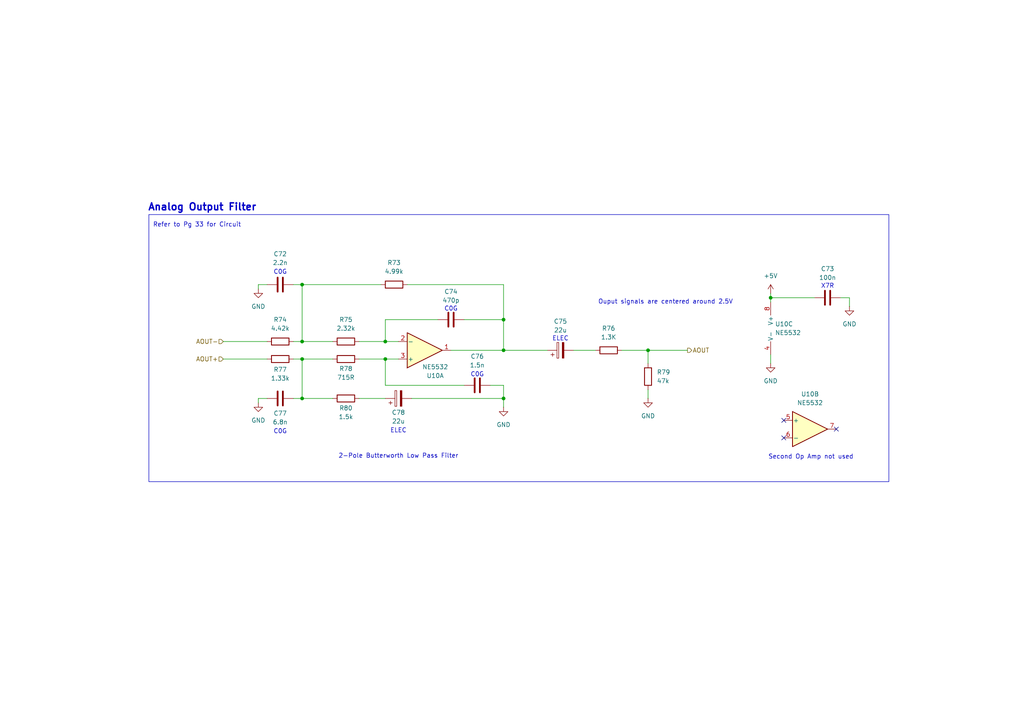
<source format=kicad_sch>
(kicad_sch (version 20231120) (generator "eeschema") (generator_version "8.0")
  (paper "A4")
  (lib_symbols
    (symbol "Amplifier_Operational:NE5532" (pin_names (offset 0.127))
      (property "Reference" "U" (at 0 5.08 0))
      (property "Value" "NE5532" (at 0 -5.08 0))
      (symbol "NE5532_1_1"
        (polyline (pts (xy -5.08 5.08) (xy 5.08 0) (xy -5.08 -5.08) (xy -5.08 5.08)) (stroke (width 0.254)) (fill (type background)))
        (pin output line (at 7.62 0 180) (length 2.54) (name "~") (number "1"))
        (pin input line (at -7.62 -2.54 0) (length 2.54) (name "-") (number "2"))
        (pin input line (at -7.62 2.54 0) (length 2.54) (name "+") (number "3"))
      )
      (symbol "NE5532_2_1"
        (polyline (pts (xy -5.08 5.08) (xy 5.08 0) (xy -5.08 -5.08) (xy -5.08 5.08)) (stroke (width 0.254)) (fill (type background)))
        (pin input line (at -7.62 2.54 0) (length 2.54) (name "+") (number "5"))
        (pin input line (at -7.62 -2.54 0) (length 2.54) (name "-") (number "6"))
        (pin output line (at 7.62 0 180) (length 2.54) (name "~") (number "7"))
      )
      (symbol "NE5532_3_1"
        (pin power_in line (at -2.54 -7.62 90) (length 3.81) (name "V-") (number "4"))
        (pin power_in line (at -2.54 7.62 270) (length 3.81) (name "V+") (number "8"))
      )
    )
    (symbol "Device:C" (pin_numbers hide) (pin_names (offset 0.254))
      (property "Reference" "C" (at 0.635 2.54 0))
      (property "Value" "C" (at 0.635 -2.54 0))
      (symbol "C_0_1"
        (polyline (pts (xy -2.032 -0.762) (xy 2.032 -0.762)) (stroke (width 0.508)))
        (polyline (pts (xy -2.032 0.762) (xy 2.032 0.762)) (stroke (width 0.508)))
      )
      (symbol "C_1_1"
        (pin passive line (at 0 3.81 270) (length 2.794) (name "~") (number "1"))
        (pin passive line (at 0 -3.81 90) (length 2.794) (name "~") (number "2"))
      )
    )
    (symbol "Device:C_Polarized" (pin_numbers hide) (pin_names (offset 0.254))
      (property "Reference" "C" (at 0.635 2.54 0))
      (property "Value" "C_Polarized" (at 0.635 -2.54 0))
      (symbol "C_Polarized_0_1"
        (rectangle (start -2.286 0.508) (end 2.286 1.016))
        (polyline (pts (xy -1.778 2.286) (xy -0.762 2.286)))
        (polyline (pts (xy -1.27 2.794) (xy -1.27 1.778)))
        (rectangle (start 2.286 -0.508) (end -2.286 -1.016) (fill (type outline)))
      )
      (symbol "C_Polarized_1_1"
        (pin passive line (at 0 3.81 270) (length 2.794) (name "~") (number "1"))
        (pin passive line (at 0 -3.81 90) (length 2.794) (name "~") (number "2"))
      )
    )
    (symbol "Device:R" (pin_numbers hide) (pin_names (offset 0))
      (property "Reference" "R" (at 2.032 0 90))
      (property "Value" "R" (at 0 0 90))
      (symbol "R_0_1"
        (rectangle (start -1.016 -2.54) (end 1.016 2.54) (stroke (width 0.254)))
      )
      (symbol "R_1_1"
        (pin passive line (at 0 3.81 270) (length 1.27) (name "~") (number "1"))
        (pin passive line (at 0 -3.81 90) (length 1.27) (name "~") (number "2"))
      )
    )
    (symbol "power:+5V" (power) (pin_numbers hide) (pin_names (offset 0) hide)
      (property "Value" "+5V" (at 0 3.556 0))
      (symbol "+5V_0_1"
        (polyline (pts (xy -0.762 1.27) (xy 0 2.54)))
        (polyline (pts (xy 0 0) (xy 0 2.54)))
        (polyline (pts (xy 0 2.54) (xy 0.762 1.27)))
      )
      (symbol "+5V_1_1"
        (pin power_in line (at 0 0 90) (length 0) (name "~") (number "1"))
      )
    )
    (symbol "power:GND" (power) (pin_numbers hide) (pin_names (offset 0) hide)
      (property "Value" "GND" (at 0 -3.81 0))
      (symbol "GND_0_1"
        (polyline (pts (xy 0 0) (xy 0 -1.27) (xy 1.27 -1.27) (xy 0 -2.54) (xy -1.27 -1.27) (xy 0 -1.27)))
      )
      (symbol "GND_1_1"
        (pin power_in line (at 0 0 270) (length 0) (name "~") (number "1"))
      )
    )
  )
  (junction (at 111.76 104.14))
  (junction (at 87.63 99.06))
  (junction (at 87.63 115.57))
  (junction (at 111.76 99.06))
  (junction (at 223.52 86.36))
  (junction (at 146.05 115.57))
  (junction (at 87.63 104.14))
  (junction (at 146.05 92.71))
  (junction (at 187.96 101.6))
  (junction (at 146.05 101.6))
  (junction (at 87.63 82.55))
  (no_connect (at 242.57 124.46))
  (no_connect (at 227.33 127))
  (no_connect (at 227.33 121.92))
  (wire (pts (xy 246.38 86.36) (xy 246.38 88.9)))
  (wire (pts (xy 111.76 92.71) (xy 111.76 99.06)))
  (wire (pts (xy 146.05 82.55) (xy 118.11 82.55)))
  (wire (pts (xy 146.05 101.6) (xy 158.75 101.6)))
  (wire (pts (xy 166.37 101.6) (xy 172.72 101.6)))
  (wire (pts (xy 243.84 86.36) (xy 246.38 86.36)))
  (wire (pts (xy 146.05 115.57) (xy 146.05 118.11)))
  (wire (pts (xy 85.09 82.55) (xy 87.63 82.55)))
  (wire (pts (xy 104.14 104.14) (xy 111.76 104.14)))
  (wire (pts (xy 146.05 101.6) (xy 146.05 92.71)))
  (wire (pts (xy 85.09 99.06) (xy 87.63 99.06)))
  (wire (pts (xy 64.77 99.06) (xy 77.47 99.06)))
  (wire (pts (xy 87.63 104.14) (xy 96.52 104.14)))
  (wire (pts (xy 87.63 99.06) (xy 96.52 99.06)))
  (wire (pts (xy 223.52 86.36) (xy 236.22 86.36)))
  (wire (pts (xy 180.34 101.6) (xy 187.96 101.6)))
  (wire (pts (xy 127 92.71) (xy 111.76 92.71)))
  (wire (pts (xy 111.76 104.14) (xy 115.57 104.14)))
  (wire (pts (xy 134.62 92.71) (xy 146.05 92.71)))
  (wire (pts (xy 104.14 99.06) (xy 111.76 99.06)))
  (wire (pts (xy 111.76 111.76) (xy 111.76 104.14)))
  (wire (pts (xy 223.52 85.09) (xy 223.52 86.36)))
  (wire (pts (xy 85.09 115.57) (xy 87.63 115.57)))
  (wire (pts (xy 223.52 86.36) (xy 223.52 87.63)))
  (wire (pts (xy 85.09 104.14) (xy 87.63 104.14)))
  (wire (pts (xy 74.93 115.57) (xy 74.93 116.84)))
  (wire (pts (xy 87.63 115.57) (xy 87.63 104.14)))
  (wire (pts (xy 130.81 101.6) (xy 146.05 101.6)))
  (wire (pts (xy 146.05 92.71) (xy 146.05 82.55)))
  (wire (pts (xy 64.77 104.14) (xy 77.47 104.14)))
  (wire (pts (xy 74.93 82.55) (xy 77.47 82.55)))
  (wire (pts (xy 87.63 82.55) (xy 110.49 82.55)))
  (wire (pts (xy 87.63 82.55) (xy 87.63 99.06)))
  (wire (pts (xy 187.96 113.03) (xy 187.96 115.57)))
  (wire (pts (xy 187.96 101.6) (xy 199.39 101.6)))
  (wire (pts (xy 223.52 102.87) (xy 223.52 105.41)))
  (wire (pts (xy 87.63 115.57) (xy 96.52 115.57)))
  (wire (pts (xy 74.93 83.82) (xy 74.93 82.55)))
  (wire (pts (xy 146.05 111.76) (xy 142.24 111.76)))
  (wire (pts (xy 187.96 101.6) (xy 187.96 105.41)))
  (wire (pts (xy 146.05 115.57) (xy 146.05 111.76)))
  (wire (pts (xy 104.14 115.57) (xy 111.76 115.57)))
  (wire (pts (xy 111.76 99.06) (xy 115.57 99.06)))
  (wire (pts (xy 134.62 111.76) (xy 111.76 111.76)))
  (wire (pts (xy 77.47 115.57) (xy 74.93 115.57)))
  (wire (pts (xy 146.05 115.57) (xy 119.38 115.57)))
  (rectangle (start 43.18 62.23) (end 257.81 139.7))
  (text "C0G" (at 138.43 108.712 0) (effects (font (size 1.27 1.27))))
  (text "C0G" (at 130.81 89.662 0) (effects (font (size 1.27 1.27))))
  (text "Refer to Pg 33 for Circuit" (at 57.15 65.278 0) (effects (font (size 1.27 1.27))))
  (text "X7R" (at 240.03 83.058 0) (effects (font (size 1.27 1.27))))
  (text "2-Pole Butterworth Low Pass Filter" (at 115.57 132.334 0) (effects (font (size 1.27 1.27))))
  (text "Second Op Amp not used" (at 235.204 132.588 0) (effects (font (size 1.27 1.27))))
  (text "Ouput signals are centered around 2.5V" (at 193.04 87.63 0) (effects (font (size 1.27 1.27))))
  (text "ELEC" (at 162.56 98.298 0) (effects (font (size 1.27 1.27))))
  (text "C0G" (at 81.28 125.222 0) (effects (font (size 1.27 1.27))))
  (text "Analog Output Filter" (at 58.674 60.198 0) (effects (font (size 2.032 2.032) (bold yes))))
  (text "ELEC" (at 115.57 124.968 0) (effects (font (size 1.27 1.27))))
  (text "C0G" (at 81.28 78.994 0) (effects (font (size 1.27 1.27))))
  (hierarchical_label "AOUT-" (shape input) (at 64.77 99.06 180))
  (hierarchical_label "AOUT" (shape output) (at 199.39 101.6 0))
  (hierarchical_label "AOUT+" (shape input) (at 64.77 104.14 180))
  (symbol (lib_id "power:GND") (at 187.96 115.57 0) (unit 1)
    (property "Reference" "#PWR078" (effects (hide yes)))
    (property "Value" "GND" (at 187.96 120.65 0))
    (property "Description" "Power symbol creates a global label with name \"GND\" , ground" (effects (hide yes)))
    (instances (project "multi-band-equalizer" (path "" (reference "#PWR078") (unit 1)) (path "" (reference "#PWR071") (unit 1))))
  )
  (symbol (lib_id "Device:R") (at 81.28 104.14 90) (unit 1)
    (property "Reference" "R77" (at 81.28 107.188 90))
    (property "Value" "1.33k" (at 81.28 109.728 90))
    (property "Footprint" "Resistor_SMD:R_0805_2012Metric" (effects (hide yes)))
    (property "Description" "Resistor" (effects (hide yes)))
    (instances (project "multi-band-equalizer" (path "" (reference "R77") (unit 1)) (path "" (reference "R69") (unit 1))))
  )
  (symbol (lib_id "Device:R") (at 187.96 109.22 180) (unit 1)
    (property "Reference" "R79" (at 190.5 107.9499 0) (effects (justify right)))
    (property "Value" "47k" (at 190.5 110.4899 0) (effects (justify right)))
    (property "Footprint" "Resistor_SMD:R_0805_2012Metric" (effects (hide yes)))
    (property "Description" "Resistor" (effects (hide yes)))
    (instances (project "multi-band-equalizer" (path "" (reference "R79") (unit 1)) (path "" (reference "R71") (unit 1))))
  )
  (symbol (lib_id "power:GND") (at 74.93 83.82 0) (unit 1)
    (property "Reference" "#PWR074" (effects (hide yes)))
    (property "Value" "GND" (at 74.93 88.9 0))
    (property "Description" "Power symbol creates a global label with name \"GND\" , ground" (effects (hide yes)))
    (instances (project "multi-band-equalizer" (path "" (reference "#PWR074") (unit 1)) (path "" (reference "#PWR067") (unit 1))))
  )
  (symbol (lib_id "Device:C") (at 81.28 115.57 90) (unit 1)
    (property "Reference" "C77" (at 81.28 119.888 90))
    (property "Value" "6.8n" (at 81.28 122.428 90))
    (property "Footprint" "Capacitor_SMD:C_0805_2012Metric" (effects (hide yes)))
    (property "Description" "Unpolarized capacitor" (effects (hide yes)))
    (instances (project "multi-band-equalizer" (path "" (reference "C77") (unit 1)) (path "" (reference "C70") (unit 1))))
  )
  (symbol (lib_id "Device:C_Polarized") (at 162.56 101.6 90) (unit 1)
    (property "Reference" "C75" (at 162.56 93.218 90))
    (property "Value" "22u" (at 162.56 95.758 90))
    (property "Footprint" "Capacitor_SMD:CP_Elec_4x5.4" (effects (hide yes)))
    (property "Description" "Polarized capacitor" (effects (hide yes)))
    (instances (project "multi-band-equalizer" (path "" (reference "C75") (unit 1)) (path "" (reference "C68") (unit 1))))
  )
  (symbol (lib_id "Device:C_Polarized") (at 115.57 115.57 90) (unit 1)
    (property "Reference" "C78" (at 115.57 119.634 90))
    (property "Value" "22u" (at 115.57 122.174 90))
    (property "Footprint" "Capacitor_SMD:CP_Elec_4x5.4" (effects (hide yes)))
    (property "Description" "Polarized capacitor" (effects (hide yes)))
    (instances (project "multi-band-equalizer" (path "" (reference "C78") (unit 1)) (path "" (reference "C71") (unit 1))))
  )
  (symbol (lib_id "power:GND") (at 246.38 88.9 0) (unit 1)
    (property "Reference" "#PWR076" (effects (hide yes)))
    (property "Value" "GND" (at 246.38 93.98 0))
    (property "Description" "Power symbol creates a global label with name \"GND\" , ground" (effects (hide yes)))
    (instances (project "multi-band-equalizer" (path "" (reference "#PWR076") (unit 1)) (path "" (reference "#PWR069") (unit 1))))
  )
  (symbol (lib_id "Device:R") (at 100.33 104.14 90) (unit 1)
    (property "Reference" "R78" (at 100.33 106.934 90))
    (property "Value" "715R" (at 100.33 109.474 90))
    (property "Footprint" "Resistor_SMD:R_0805_2012Metric" (effects (hide yes)))
    (property "Description" "Resistor" (effects (hide yes)))
    (instances (project "multi-band-equalizer" (path "" (reference "R78") (unit 1)) (path "" (reference "R70") (unit 1))))
  )
  (symbol (lib_id "Amplifier_Operational:NE5532") (at 226.06 95.25 0) (unit 3)
    (property "Reference" "U10" (at 224.79 93.9799 0) (effects (justify left)))
    (property "Value" "NE5532" (at 224.79 96.5199 0) (effects (justify left)))
    (property "Footprint" "Package_SO:SOIC-8_3.9x4.9mm_P1.27mm" (effects (hide yes)))
    (property "Datasheet" "http://www.ti.com/lit/ds/symlink/ne5532.pdf" (effects (hide yes)))
    (property "Description" "Dual Low-Noise Operational Amplifiers, DIP-8/SOIC-8" (effects (hide yes)))
    (instances (project "multi-band-equalizer" (path "" (reference "U10") (unit 3)) (path "" (reference "U9") (unit 3))))
  )
  (symbol (lib_id "Device:R") (at 114.3 82.55 90) (unit 1)
    (property "Reference" "R73" (at 114.3 76.2 90))
    (property "Value" "4.99k" (at 114.3 78.74 90))
    (property "Footprint" "Resistor_SMD:R_0805_2012Metric" (effects (hide yes)))
    (property "Description" "Resistor" (effects (hide yes)))
    (instances (project "multi-band-equalizer" (path "" (reference "R73") (unit 1)) (path "" (reference "R65") (unit 1))))
  )
  (symbol (lib_id "Device:R") (at 81.28 99.06 90) (unit 1)
    (property "Reference" "R74" (at 81.28 92.71 90))
    (property "Value" "4.42k" (at 81.28 95.25 90))
    (property "Footprint" "Resistor_SMD:R_0805_2012Metric" (effects (hide yes)))
    (property "Description" "Resistor" (effects (hide yes)))
    (instances (project "multi-band-equalizer" (path "" (reference "R74") (unit 1)) (path "" (reference "R66") (unit 1))))
  )
  (symbol (lib_id "power:GND") (at 146.05 118.11 0) (unit 1)
    (property "Reference" "#PWR080" (effects (hide yes)))
    (property "Value" "GND" (at 146.05 123.19 0))
    (property "Description" "Power symbol creates a global label with name \"GND\" , ground" (effects (hide yes)))
    (instances (project "multi-band-equalizer" (path "" (reference "#PWR080") (unit 1)) (path "" (reference "#PWR073") (unit 1))))
  )
  (symbol (lib_id "Device:C") (at 138.43 111.76 90) (unit 1)
    (property "Reference" "C76" (at 138.43 103.378 90))
    (property "Value" "1.5n" (at 138.43 105.918 90))
    (property "Footprint" "Capacitor_SMD:C_0805_2012Metric" (effects (hide yes)))
    (property "Description" "Unpolarized capacitor" (effects (hide yes)))
    (instances (project "multi-band-equalizer" (path "" (reference "C76") (unit 1)) (path "" (reference "C69") (unit 1))))
  )
  (symbol (lib_id "Device:C") (at 130.81 92.71 90) (unit 1)
    (property "Reference" "C74" (at 130.81 84.582 90))
    (property "Value" "470p" (at 130.81 87.122 90))
    (property "Footprint" "Capacitor_SMD:C_0805_2012Metric" (effects (hide yes)))
    (property "Description" "Unpolarized capacitor" (effects (hide yes)))
    (instances (project "multi-band-equalizer" (path "" (reference "C74") (unit 1)) (path "" (reference "C67") (unit 1))))
  )
  (symbol (lib_id "Device:R") (at 100.33 99.06 90) (unit 1)
    (property "Reference" "R75" (at 100.33 92.71 90))
    (property "Value" "2.32k" (at 100.33 95.25 90))
    (property "Footprint" "Resistor_SMD:R_0805_2012Metric" (effects (hide yes)))
    (property "Description" "Resistor" (effects (hide yes)))
    (instances (project "multi-band-equalizer" (path "" (reference "R75") (unit 1)) (path "" (reference "R67") (unit 1))))
  )
  (symbol (lib_id "Device:R") (at 176.53 101.6 90) (unit 1)
    (property "Reference" "R76" (at 176.53 95.25 90))
    (property "Value" "1.3K" (at 176.53 97.79 90))
    (property "Footprint" "Resistor_SMD:R_0805_2012Metric" (effects (hide yes)))
    (property "Description" "Resistor" (effects (hide yes)))
    (instances (project "multi-band-equalizer" (path "" (reference "R76") (unit 1)) (path "" (reference "R68") (unit 1))))
  )
  (symbol (lib_id "power:GND") (at 74.93 116.84 0) (unit 1)
    (property "Reference" "#PWR079" (effects (hide yes)))
    (property "Value" "GND" (at 74.93 121.92 0))
    (property "Description" "Power symbol creates a global label with name \"GND\" , ground" (effects (hide yes)))
    (instances (project "multi-band-equalizer" (path "" (reference "#PWR079") (unit 1)) (path "" (reference "#PWR072") (unit 1))))
  )
  (symbol (lib_id "Amplifier_Operational:NE5532") (at 123.19 101.6 0) (mirror x) (unit 1)
    (property "Reference" "U10" (at 126.238 108.966 0))
    (property "Value" "NE5532" (at 126.238 106.426 0))
    (property "Footprint" "Package_SO:SOIC-8_3.9x4.9mm_P1.27mm" (effects (hide yes)))
    (property "Datasheet" "http://www.ti.com/lit/ds/symlink/ne5532.pdf" (effects (hide yes)))
    (property "Description" "Dual Low-Noise Operational Amplifiers, DIP-8/SOIC-8" (effects (hide yes)))
    (instances (project "multi-band-equalizer" (path "" (reference "U10") (unit 1)) (path "" (reference "U9") (unit 1))))
  )
  (symbol (lib_id "Device:R") (at 100.33 115.57 90) (unit 1)
    (property "Reference" "R80" (at 100.33 118.364 90))
    (property "Value" "1.5k" (at 100.33 120.904 90))
    (property "Footprint" "Resistor_SMD:R_0805_2012Metric" (effects (hide yes)))
    (property "Description" "Resistor" (effects (hide yes)))
    (instances (project "multi-band-equalizer" (path "" (reference "R80") (unit 1)) (path "" (reference "R72") (unit 1))))
  )
  (symbol (lib_id "Device:C") (at 240.03 86.36 90) (unit 1)
    (property "Reference" "C73" (at 240.03 77.978 90))
    (property "Value" "100n" (at 240.03 80.518 90))
    (property "Footprint" "Capacitor_SMD:C_0805_2012Metric" (effects (hide yes)))
    (property "Description" "Unpolarized capacitor" (effects (hide yes)))
    (instances (project "multi-band-equalizer" (path "" (reference "C73") (unit 1)) (path "" (reference "C66") (unit 1))))
  )
  (symbol (lib_id "Device:C") (at 81.28 82.55 90) (unit 1)
    (property "Reference" "C72" (at 81.28 73.66 90))
    (property "Value" "2.2n" (at 81.28 76.2 90))
    (property "Footprint" "Capacitor_SMD:C_0805_2012Metric" (effects (hide yes)))
    (property "Description" "Unpolarized capacitor" (effects (hide yes)))
    (instances (project "multi-band-equalizer" (path "" (reference "C72") (unit 1)) (path "" (reference "C65") (unit 1))))
  )
  (symbol (lib_id "power:+5V") (at 223.52 85.09 0) (unit 1)
    (property "Reference" "#PWR075" (effects (hide yes)))
    (property "Value" "+5V" (at 223.52 80.01 0))
    (property "Description" "Power symbol creates a global label with name \"+5V\"" (effects (hide yes)))
    (instances (project "multi-band-equalizer" (path "" (reference "#PWR075") (unit 1)) (path "" (reference "#PWR068") (unit 1))))
  )
  (symbol (lib_id "power:GND") (at 223.52 105.41 0) (unit 1)
    (property "Reference" "#PWR077" (effects (hide yes)))
    (property "Value" "GND" (at 223.52 110.49 0))
    (property "Description" "Power symbol creates a global label with name \"GND\" , ground" (effects (hide yes)))
    (instances (project "multi-band-equalizer" (path "" (reference "#PWR077") (unit 1)) (path "" (reference "#PWR070") (unit 1))))
  )
  (symbol (lib_id "Amplifier_Operational:NE5532") (at 234.95 124.46 0) (unit 2)
    (property "Reference" "U10" (at 234.95 114.3 0))
    (property "Value" "NE5532" (at 234.95 116.84 0))
    (property "Footprint" "Package_SO:SOIC-8_3.9x4.9mm_P1.27mm" (effects (hide yes)))
    (property "Datasheet" "http://www.ti.com/lit/ds/symlink/ne5532.pdf" (effects (hide yes)))
    (property "Description" "Dual Low-Noise Operational Amplifiers, DIP-8/SOIC-8" (effects (hide yes)))
    (instances (project "multi-band-equalizer" (path "" (reference "U10") (unit 2)) (path "" (reference "U9") (unit 2))))
  )
)
</source>
